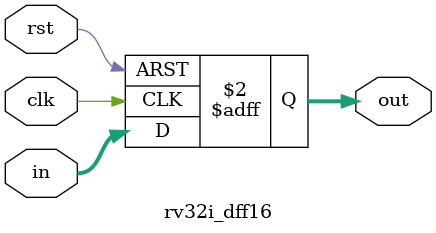
<source format=v>
module rv32i_dff16(clk, rst, in, out);
input clk, rst;
input[15:0] in;
output reg[15:0] out;

always @(posedge rst, posedge clk)
begin
	if(rst) out<=0;
	else out<=in;
end

endmodule
</source>
